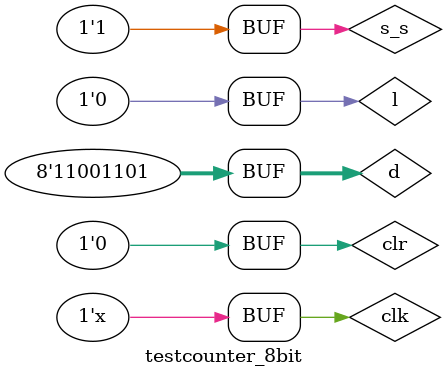
<source format=v>
module testcounter_8bit();
    reg [7:0] d;
    wire [7:0] c;
    reg s_s, l, clk, clr;
    
    counter_8bit inst0 (clr, clk, l, s_s, c, d);
    
    initial begin
        #5 clk <= 0; clr <= 0; l <=0; s_s <= 0; d <= 8'hCD;
    end
    always # 40 clk <= !clk;
    initial begin
        #100 clr <= 1;
        #50 clr <= 0;
    end
    initial begin
        #400 s_s <= 1;
        #3000 s_s <= 0;
    end
    initial begin
        #3500 s_s <= 1;
        #3700 l <= 1;
        # 200 l <= 0;
    end
endmodule

</source>
